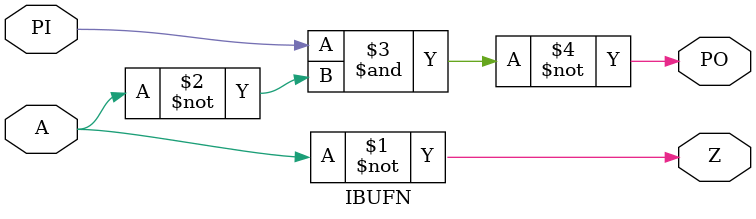
<source format=sv>
module IBUFN
(
    input A,
    output Z
`ifndef NO_TEST_SIGNALS
    ,input PI,
    output PO
`endif
);

assign Z = ~A;
`ifndef NO_TEST_SIGNALS
assign PO = ~(PI & ~A);
`endif 

endmodule

</source>
